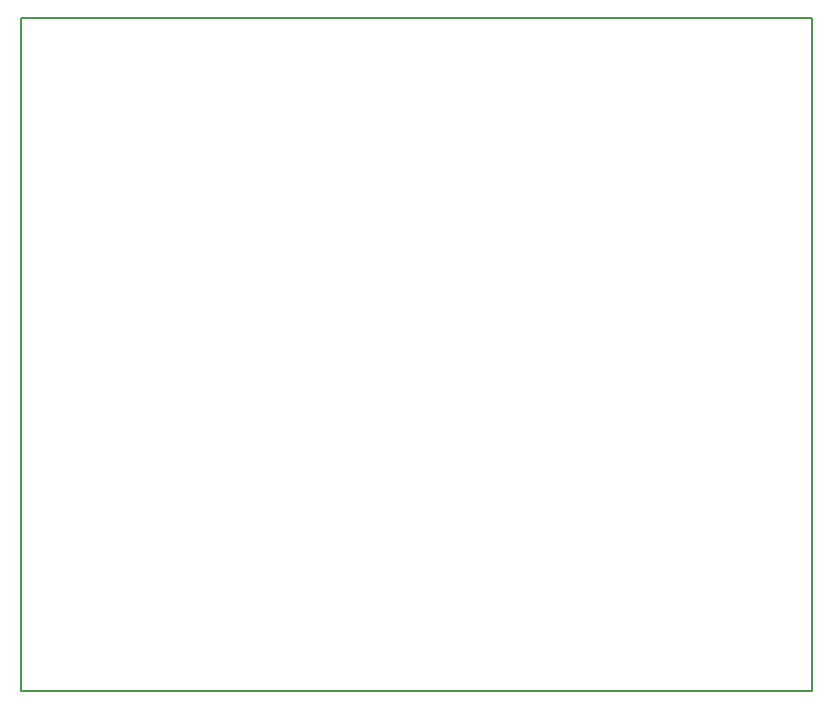
<source format=gbr>
G04 #@! TF.FileFunction,Profile,NP*
%FSLAX46Y46*%
G04 Gerber Fmt 4.6, Leading zero omitted, Abs format (unit mm)*
G04 Created by KiCad (PCBNEW 4.0.0-rc1-stable) date 05/10/2017 19:39:07*
%MOMM*%
G01*
G04 APERTURE LIST*
%ADD10C,0.100000*%
%ADD11C,0.150000*%
G04 APERTURE END LIST*
D10*
D11*
X154700000Y-131600000D02*
X154700000Y-74600000D01*
X221700000Y-131600000D02*
X154700000Y-131600000D01*
X221700000Y-74600000D02*
X221700000Y-131600000D01*
X154700000Y-74600000D02*
X221700000Y-74600000D01*
M02*

</source>
